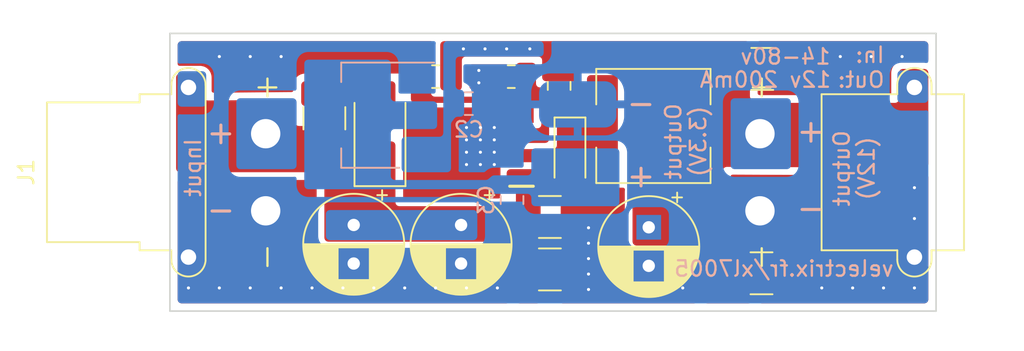
<source format=kicad_pcb>
(kicad_pcb (version 20210424) (generator pcbnew)
  (layers (0 "F.Cu" signal) (31 "B.Cu" signal) (34 "B.Paste" user) (35 "F.Paste" user) (36 "B.SilkS" user "B.Silkscreen") (37 "F.SilkS" user "F.Silkscreen") (38 "B.Mask" user) (39 "F.Mask" user) (44 "Edge.Cuts" user))
  (net 0 "")
  (net 1 "Net-(C1-Pad1)")
  (net 2 "Net-(C1-Pad2)")
  (net 3 "/VIN")
  (net 4 "GND")
  (net 5 "Net-(D1-Pad2)")
  (net 6 "Net-(D3-Pad1)")
  (net 7 "Net-(J1-Pad2)")
  (net 8 "Net-(U1-Pad2)")
  (footprint "Connector_AMASS:AMASS_XT30PW-M_1x02_P2.50mm_Horizontal" (layer "F.Cu") (at 166.5 70.5 -90)
    (fp_text reference "J2" hide)
    (fp_text value "Screw_Terminal_01x02")
    (fp_text user "-" (at 3 0 90) (layer "F.SilkS") (effects (font (size 1.5 1.5))))
    (fp_text user "+" (at -8 0 90) (layer "F.SilkS") (effects (font (size 1.5 1.5))))
    (pad "" thru_hole circle locked (at -8 -10 270) (size 1.4 1.4) (drill 1) (layers *.Cu *.Mask) (net 1 "Net-(C1-Pad1)"))
    (pad "" thru_hole circle locked (at 3 -10 270) (size 1.4 1.4) (drill 1) (layers *.Cu *.Mask) (net 4 "GND"))
    (pad "1" thru_hole rect locked (at 0 0 270) (size 3.5 3.5) (drill 1.9) (layers *.Cu *.Mask) (net 4 "GND"))
    (pad "2" thru_hole circle locked (at -5 0 270) (size 3.5 3.5) (drill 1.9) (layers *.Cu *.Mask) (net 1 "Net-(C1-Pad1)"))
  )
  (footprint "XL7005A:SOIC127P600X175-9N" (layer "F.Cu") (at 148.35 66.3 180)
    (fp_text reference "XL7005A1" hide)
    (fp_text value "XL7005A" hide)
    (pad "1" smd rect (at -2.712 -1.905 270) (size 0.7 1.525) (layers "F.Cu" "F.Paste" "F.Mask") (net 3 "/VIN"))
    (pad "2" smd rect (at -2.712 -0.635 270) (size 0.7 1.525) (layers "F.Cu" "F.Paste" "F.Mask") (net 6 "Net-(D3-Pad1)"))
    (pad "3" smd rect (at -2.712 0.635 270) (size 0.7 1.525) (layers "F.Cu" "F.Paste" "F.Mask") (net 2 "Net-(C1-Pad2)"))
    (pad "4" smd rect (at -2.712 1.905 270) (size 0.7 1.525) (layers "F.Cu" "F.Paste" "F.Mask") (net 4 "GND"))
    (pad "5" smd rect (at 2.712 1.905 270) (size 0.7 1.525) (layers "F.Cu" "F.Paste" "F.Mask") (net 4 "GND"))
    (pad "6" smd rect (at 2.712 0.635 270) (size 0.7 1.525) (layers "F.Cu" "F.Paste" "F.Mask") (net 4 "GND"))
    (pad "7" smd rect (at 2.712 -0.635 270) (size 0.7 1.525) (layers "F.Cu" "F.Paste" "F.Mask") (net 4 "GND"))
    (pad "8" smd rect (at 2.712 -1.905 270) (size 0.7 1.525) (layers "F.Cu" "F.Paste" "F.Mask") (net 4 "GND"))
    (pad "9" smd rect (at 0 0 180) (size 2.513 3.402) (layers "F.Cu" "F.Paste" "F.Mask") (net 4 "GND"))
  )
  (footprint "Capacitor_THT:CP_Radial_D6.3mm_P2.50mm" (layer "F.Cu") (at 140.2 71.417621 -90)
    (fp_text reference "CIN1" hide)
    (fp_text value "15uF 100V")
    (pad "1" thru_hole rect locked (at 0 0 270) (size 1.6 1.6) (drill 0.8) (layers *.Cu *.Mask) (net 3 "/VIN"))
    (pad "2" thru_hole circle locked (at 2.5 0 270) (size 1.6 1.6) (drill 0.8) (layers *.Cu *.Mask) (net 4 "GND"))
  )
  (footprint "Capacitor_THT:CP_Radial_D6.3mm_P2.50mm" (layer "F.Cu") (at 159.3 71.567621 -90)
    (fp_text reference "COUT1" hide)
    (fp_text value "100uF 25V")
    (pad "1" thru_hole rect locked (at 0 0 270) (size 1.6 1.6) (drill 0.8) (layers *.Cu *.Mask) (net 1 "Net-(C1-Pad1)"))
    (pad "2" thru_hole circle locked (at 2.5 0 270) (size 1.6 1.6) (drill 0.8) (layers *.Cu *.Mask) (net 4 "GND"))
  )
  (footprint "Capacitor_SMD:C_1210_3225Metric" (layer "F.Cu") (at 152.9 70.9)
    (fp_text reference "CIN5" hide)
    (fp_text value "1uF")
    (pad "1" smd roundrect locked (at -1.475 0) (size 1.15 2.7) (layers "F.Cu" "F.Paste" "F.Mask") (roundrect_rratio 0.2173913043) (net 3 "/VIN"))
    (pad "2" smd roundrect locked (at 1.475 0) (size 1.15 2.7) (layers "F.Cu" "F.Paste" "F.Mask") (roundrect_rratio 0.2173913043) (net 4 "GND"))
  )
  (footprint "Capacitor_SMD:C_1210_3225Metric" (layer "F.Cu") (at 152.9 74.3)
    (fp_text reference "CIN4" hide)
    (fp_text value "1uF")
    (pad "1" smd roundrect locked (at -1.475 0) (size 1.15 2.7) (layers "F.Cu" "F.Paste" "F.Mask") (roundrect_rratio 0.2173913043) (net 3 "/VIN"))
    (pad "2" smd roundrect locked (at 1.475 0) (size 1.15 2.7) (layers "F.Cu" "F.Paste" "F.Mask") (roundrect_rratio 0.2173913043) (net 4 "GND"))
  )
  (footprint "Resistor_SMD:R_0805_2012Metric" (layer "F.Cu") (at 150.4 61.8 180)
    (fp_text reference "R3" hide)
    (fp_text value "R3K4")
    (pad "1" smd roundrect locked (at -0.9125 0 180) (size 1.025 1.4) (layers "F.Cu" "F.Paste" "F.Mask") (roundrect_rratio 0.243902439) (net 2 "Net-(C1-Pad2)"))
    (pad "2" smd roundrect locked (at 0.9125 0 180) (size 1.025 1.4) (layers "F.Cu" "F.Paste" "F.Mask") (roundrect_rratio 0.243902439) (net 4 "GND"))
  )
  (footprint "Inductor_SMD:L_7.3x7.3_H4.5" (layer "F.Cu") (at 159.6 65 180)
    (fp_text reference "L1" hide)
    (fp_text value "47uH 1A")
    (pad "1" smd rect locked (at -3.2 0 180) (size 1.5 2.2) (layers "F.Cu" "F.Paste" "F.Mask") (net 1 "Net-(C1-Pad1)"))
    (pad "2" smd rect locked (at 3.2 0 180) (size 1.5 2.2) (layers "F.Cu" "F.Paste" "F.Mask") (net 6 "Net-(D3-Pad1)"))
  )
  (footprint "Diode_SMD:D_SOD-123" (layer "F.Cu") (at 154.2 66.7 -90)
    (fp_text reference "D3" hide)
    (fp_text value "S210")
    (pad "1" smd rect locked (at -1.65 0 270) (size 0.9 1.2) (layers "F.Cu" "F.Paste" "F.Mask") (net 6 "Net-(D3-Pad1)"))
    (pad "2" smd rect locked (at 1.65 0 270) (size 0.9 1.2) (layers "F.Cu" "F.Paste" "F.Mask") (net 4 "GND"))
  )
  (footprint "Resistor_SMD:R_1210_3225Metric" (layer "F.Cu") (at 138.3 64.5 -90)
    (fp_text reference "R1" hide)
    (fp_text value "R_Small")
    (pad "1" smd roundrect locked (at -1.4625 0 270) (size 1.125 2.65) (layers "F.Cu" "F.Paste" "F.Mask") (roundrect_rratio 0.2222222222) (net 5 "Net-(D1-Pad2)"))
    (pad "2" smd roundrect locked (at 1.4625 0 270) (size 1.125 2.65) (layers "F.Cu" "F.Paste" "F.Mask") (roundrect_rratio 0.2222222222) (net 7 "Net-(J1-Pad2)"))
  )
  (footprint "Capacitor_THT:CP_Radial_D6.3mm_P2.50mm" (layer "F.Cu") (at 147.15 71.417621 -90)
    (fp_text reference "CIN2" hide)
    (fp_text value "15uF 100V")
    (pad "1" thru_hole rect locked (at 0 0 270) (size 1.6 1.6) (drill 0.8) (layers *.Cu *.Mask) (net 3 "/VIN"))
    (pad "2" thru_hole circle locked (at 2.5 0 270) (size 1.6 1.6) (drill 0.8) (layers *.Cu *.Mask) (net 4 "GND"))
  )
  (footprint "Capacitor_SMD:C_1210_3225Metric" (layer "F.Cu") (at 166.6 74.55)
    (fp_text reference "COUT2" hide)
    (fp_text value "1uF")
    (pad "1" smd roundrect locked (at -1.475 0) (size 1.15 2.7) (layers "F.Cu" "F.Paste" "F.Mask") (roundrect_rratio 0.2173913043) (net 1 "Net-(C1-Pad1)"))
    (pad "2" smd roundrect locked (at 1.475 0) (size 1.15 2.7) (layers "F.Cu" "F.Paste" "F.Mask") (roundrect_rratio 0.2173913043) (net 4 "GND"))
  )
  (footprint "Diode_SMD:D_SMA" (layer "F.Cu") (at 141.9 65.5 90)
    (fp_text reference "D1" hide)
    (fp_text value "D_Small")
    (pad "1" smd rect locked (at -2 0 90) (size 2.5 1.8) (layers "F.Cu" "F.Paste" "F.Mask") (net 3 "/VIN"))
    (pad "2" smd rect locked (at 2 0 90) (size 2.5 1.8) (layers "F.Cu" "F.Paste" "F.Mask") (net 5 "Net-(D1-Pad2)"))
  )
  (footprint "Connector_AMASS:AMASS_XT30PW-F_1x02_P2.50mm_Horizontal" (layer "F.Cu") (at 134.5 70.5 90)
    (fp_text reference "J1" (at 2.5 -15.5 90) (layer "F.SilkS"))
    (fp_text value "Screw_Terminal_01x02")
    (fp_text user "-" (at -3 0 90) (layer "F.SilkS") (effects (font (size 1.5 1.5))))
    (fp_text user "+" (at 8 0 90) (layer "F.SilkS") (effects (font (size 1.5 1.5))))
    (pad "" thru_hole circle locked (at -3 -5 180) (size 1.4 1.4) (drill 1) (layers *.Cu *.Mask) (net 4 "GND"))
    (pad "" thru_hole circle locked (at 8 -5 90) (size 1.4 1.4) (drill 1) (layers *.Cu *.Mask) (net 7 "Net-(J1-Pad2)"))
    (pad "1" thru_hole rect locked (at 0 0 90) (size 3.5 3.5) (drill 1.9) (layers *.Cu *.Mask) (net 4 "GND"))
    (pad "2" thru_hole circle locked (at 5 0 90) (size 3.5 3.5) (drill 1.9) (layers *.Cu *.Mask) (net 7 "Net-(J1-Pad2)"))
  )
  (footprint "Resistor_SMD:R_0805_2012Metric" (layer "F.Cu") (at 145.5 61.8 180)
    (fp_text reference "R2" hide)
    (fp_text value "R30K")
    (pad "1" smd roundrect locked (at -0.9125 0 180) (size 1.025 1.4) (layers "F.Cu" "F.Paste" "F.Mask") (roundrect_rratio 0.243902439) (net 1 "Net-(C1-Pad1)"))
    (pad "2" smd roundrect locked (at 0.9125 0 180) (size 1.025 1.4) (layers "F.Cu" "F.Paste" "F.Mask") (roundrect_rratio 0.243902439) (net 2 "Net-(C1-Pad2)"))
  )
  (footprint "Capacitor_SMD:C_0805_2012Metric" (layer "F.Cu") (at 153.5 62.4 -90)
    (fp_text reference "C1" hide)
    (fp_text value "33nF")
    (pad "1" smd roundrect locked (at -0.95 0 270) (size 1 1.45) (layers "F.Cu" "F.Paste" "F.Mask") (net 1 "Net-(C1-Pad1)"))
    (pad "2" smd roundrect locked (at 0.95 0 270) (size 1 1.45) (layers "F.Cu" "F.Paste" "F.Mask") (net 2 "Net-(C1-Pad2)"))
  )
  (footprint "Capacitor_SMD:C_1210_3225Metric" (layer "F.Cu") (at 166.65 61.3)
    (fp_text reference "COUT3" hide)
    (fp_text value "1uF")
    (pad "1" smd roundrect locked (at -1.475 0) (size 1.15 2.7) (layers "F.Cu" "F.Paste" "F.Mask") (roundrect_rratio 0.2173913043) (net 1 "Net-(C1-Pad1)"))
    (pad "2" smd roundrect locked (at 1.475 0) (size 1.15 2.7) (layers "F.Cu" "F.Paste" "F.Mask") (roundrect_rratio 0.2173913043) (net 4 "GND"))
  )
  (footprint "Package_TO_SOT_SMD:SOT-223-3_TabPin2" (layer "B.Cu") (at 141.3 64.3 180)
    (fp_text reference "U1" hide)
    (fp_text value "AP1117-33")
    (pad "1" smd rect locked (at -3.15 2.3 180) (size 2 1.5) (layers "B.Cu" "B.Paste" "B.Mask") (net 4 "GND"))
    (pad "2" smd rect locked (at 3.15 0 180) (size 2 3.8) (layers "B.Cu" "B.Paste" "B.Mask") (net 8 "Net-(U1-Pad2)"))
    (pad "2" smd rect locked (at -3.15 0 180) (size 2 1.5) (layers "B.Cu" "B.Paste" "B.Mask") (net 8 "Net-(U1-Pad2)"))
    (pad "3" smd rect locked (at -3.15 -2.3 180) (size 2 1.5) (layers "B.Cu" "B.Paste" "B.Mask") (net 1 "Net-(C1-Pad1)"))
  )
  (footprint "Capacitor_SMD:C_0805_2012Metric" (layer "B.Cu") (at 147.65 63.55)
    (fp_text reference "C2" (at 0 1.68) (layer "B.SilkS") (effects (justify mirror)))
    (fp_text value "1uF")
    (pad "1" smd roundrect locked (at -0.95 0) (size 1 1.45) (layers "B.Cu" "B.Paste" "B.Mask") (net 1 "Net-(C1-Pad1)"))
    (pad "2" smd roundrect locked (at 0.95 0) (size 1 1.45) (layers "B.Cu" "B.Paste" "B.Mask") (net 4 "GND"))
  )
  (footprint "Connector_Wire:SolderWirePad_1x01_SMD_1x2mm" (layer "B.Cu") (at 154.7 63.6 90)
    (fp_text reference "J4" hide)
    (fp_text value "Conn_01x01_Male")
    (pad "1" smd roundrect locked (at 0 0 90) (size 3 5) (layers "B.Cu" "B.Paste" "B.Mask") (net 4 "GND"))
  )
  (footprint "Capacitor_SMD:C_0805_2012Metric" (layer "B.Cu") (at 150.45 69.8 -90)
    (fp_text reference "C3" (at 0 1.68 90) (layer "B.SilkS") (effects (justify mirror)))
    (fp_text value "1uF")
    (pad "1" smd roundrect locked (at -0.95 0 270) (size 1 1.45) (layers "B.Cu" "B.Paste" "B.Mask") (net 8 "Net-(U1-Pad2)"))
    (pad "2" smd roundrect locked (at 0.95 0 270) (size 1 1.45) (layers "B.Cu" "B.Paste" "B.Mask") (net 4 "GND"))
  )
  (footprint "Connector_Wire:SolderWirePad_1x01_SMD_1x2mm" (layer "B.Cu") (at 154.65 68.35 -90)
    (fp_text reference "J3" hide)
    (fp_text value "Conn_01x01_Male")
    (pad "1" smd roundrect locked (at 0 0 270) (size 3 5) (layers "B.Cu" "B.Paste" "B.Mask") (net 8 "Net-(U1-Pad2)"))
  )
  (gr_line (start 128.3 59) (end 128.3 77) (layer "Edge.Cuts") (width 0.1))
  (gr_line (start 128.3 77) (end 177.9 77) (layer "Edge.Cuts") (width 0.1))
  (gr_line (start 177.9 59) (end 177.9 77) (layer "Edge.Cuts") (width 0.1))
  (gr_line (start 177.9 59) (end 128.3 59) (layer "Edge.Cuts") (width 0.1))
  (gr_text "12v 200mA" (at 166.85 62) (layer "B.SilkS") (effects (font (size 1 1)) (justify mirror)))
  (gr_text "+" (at 158.8 68.2) (layer "B.SilkS") (effects (font (size 1.5 1.5) (thickness 0.2)) (justify mirror)))
  (gr_text "14-80v" (at 168.15 60.5) (layer "B.SilkS") (effects (font (size 1 1)) (justify mirror)))
  (gr_text "-" (at 158.8 63.5) (layer "B.SilkS") (effects (font (size 1.5 1.5) (thickness 0.2)) (justify mirror)))
  (gr_text "velectrix.fr/xl7005" (at 168.05 74.25) (layer "B.SilkS") (effects (font (size 1 1)) (justify mirror)))
  (gr_text "Input" (at 129.8 67.7 90) (layer "B.SilkS") (effects (font (size 1 1)) (justify mirror)))
  (gr_text "Output\n(3.3V)" (at 161.7 66 90) (layer "B.SilkS") (effects (font (size 1 1)) (justify mirror)))
  (gr_text "+" (at 169.8 65.3) (layer "B.SilkS") (effects (font (size 1.5 1.5) (thickness 0.2)) (justify mirror)))
  (gr_text "+" (at 131.6 65.4) (layer "B.SilkS") (effects (font (size 1.5 1.5) (thickness 0.2)) (justify mirror)))
  (gr_text "Output\n(12V)" (at 172.6 67.75 90) (layer "B.SilkS") (effects (font (size 1 1)) (justify mirror)))
  (gr_text "In:\nOut: " (at 174.65 61.2) (layer "B.SilkS") (effects (font (size 1 1)) (justify left mirror)))
  (gr_text "-" (at 169.8 70.3) (layer "B.SilkS") (effects (font (size 1.5 1.5) (thickness 0.2)) (justify mirror)))
  (gr_text "-" (at 131.6 70.4) (layer "B.SilkS") (effects (font (size 1.5 1.5) (thickness 0.2)) (justify mirror)))
  (via (at 150.1 60) (size 0.4) (drill 0.2) (layers "F.Cu" "B.Cu") (net 1))
  (via (at 151.6 60) (size 0.4) (drill 0.2) (layers "F.Cu" "B.Cu") (net 1))
  (via (at 148.7 60) (size 0.4) (drill 0.2) (layers "F.Cu" "B.Cu") (net 1))
  (via (at 147.3 60) (size 0.4) (drill 0.2) (layers "F.Cu" "B.Cu") (net 1))
  (via (at 129.5 75.5) (size 0.4) (drill 0.2) (layers "F.Cu" "B.Cu") (net 4))
  (via (at 176.5 69) (size 0.4) (drill 0.2) (layers "F.Cu" "B.Cu") (net 4))
  (via (at 148.3 62.2) (size 0.4) (drill 0.2) (layers "F.Cu" "B.Cu") (net 4))
  (via (at 135.5 60.5) (size 0.4) (drill 0.2) (layers "F.Cu" "B.Cu") (net 4))
  (via (at 171.7 60.5) (size 0.4) (drill 0.2) (layers "F.Cu" "B.Cu") (net 4))
  (via (at 147.5 65.1) (size 0.4) (drill 0.2) (layers "F.Cu" "B.Cu") (net 4))
  (via (at 148.4 65.1) (size 0.4) (drill 0.2) (layers "F.Cu" "B.Cu") (net 4))
  (via (at 170.5 75.5) (size 0.4) (drill 0.2) (layers "F.Cu" "B.Cu") (net 4))
  (via (at 131.5 60.5) (size 0.4) (drill 0.2) (layers "F.Cu" "B.Cu") (net 4))
  (via (at 149.3 65.9) (size 0.4) (drill 0.2) (layers "F.Cu" "B.Cu") (net 4))
  (via (at 173.7 60.5) (size 0.4) (drill 0.2) (layers "F.Cu" "B.Cu") (net 4))
  (via (at 147.5 66.7) (size 0.4) (drill 0.2) (layers "F.Cu" "B.Cu") (net 4))
  (via (at 155.4 72.6) (size 0.4) (drill 0.2) (layers "F.Cu" "B.Cu") (net 4))
  (via (at 161.5 75.5) (size 0.4) (drill 0.2) (layers "F.Cu" "B.Cu") (net 4))
  (via (at 139.5 75.5) (size 0.4) (drill 0.2) (layers "F.Cu" "B.Cu") (net 4))
  (via (at 172.5 75.5) (size 0.4) (drill 0.2) (layers "F.Cu" "B.Cu") (net 4))
  (via (at 149.3 67.5) (size 0.4) (drill 0.2) (layers "F.Cu" "B.Cu") (net 4))
  (via (at 135.5 75.5) (size 0.4) (drill 0.2) (layers "F.Cu" "B.Cu") (net 4))
  (via (at 131.5 75.5) (size 0.4) (drill 0.2) (layers "F.Cu" "B.Cu") (net 4))
  (via (at 174.5 75.5) (size 0.4) (drill 0.2) (layers "F.Cu" "B.Cu") (net 4))
  (via (at 149.5 75.5) (size 0.4) (drill 0.2) (layers "F.Cu" "B.Cu") (net 4))
  (via (at 137.5 75.5) (size 0.4) (drill 0.2) (layers "F.Cu" "B.Cu") (net 4))
  (via (at 147.5 67.5) (size 0.4) (drill 0.2) (layers "F.Cu" "B.Cu") (net 4))
  (via (at 155.4 74.6) (size 0.4) (drill 0.2) (layers "F.Cu" "B.Cu") (net 4))
  (via (at 147.5 75.5) (size 0.4) (drill 0.2) (layers "F.Cu" "B.Cu") (net 4))
  (via (at 155.4 73.6) (size 0.4) (drill 0.2) (layers "F.Cu" "B.Cu") (net 4))
  (via (at 133.5 60.5) (size 0.4) (drill 0.2) (layers "F.Cu" "B.Cu") (net 4))
  (via (at 175.7 60.5) (size 0.4) (drill 0.2) (layers "F.Cu" "B.Cu") (net 4))
  (via (at 149.3 66.7) (size 0.4) (drill 0.2) (layers "F.Cu" "B.Cu") (net 4))
  (via (at 148.3 61.4) (size 0.4) (drill 0.2) (layers "F.Cu" "B.Cu") (net 4))
  (via (at 133.5 75.5) (size 0.4) (drill 0.2) (layers "F.Cu" "B.Cu") (net 4))
  (via (at 155.4 71.6) (size 0.4) (drill 0.2) (layers "F.Cu" "B.Cu") (net 4))
  (via (at 176.5 71) (size 0.4) (drill 0.2) (layers "F.Cu" "B.Cu") (net 4))
  (via (at 143.5 75.5) (size 0.4) (drill 0.2) (layers "F.Cu" "B.Cu") (net 4))
  (via (at 148.4 66.7) (size 0.4) (drill 0.2) (layers "F.Cu" "B.Cu") (net 4))
  (via (at 147.5 65.9) (size 0.4) (drill 0.2) (layers "F.Cu" "B.Cu") (net 4))
  (via (at 155.4 75.6) (size 0.4) (drill 0.2) (layers "F.Cu" "B.Cu") (net 4))
  (via (at 176.5 75.5) (size 0.4) (drill 0.2) (layers "F.Cu" "B.Cu") (net 4))
  (via (at 148.4 67.5) (size 0.4) (drill 0.2) (layers "F.Cu" "B.Cu") (net 4))
  (via (at 149.3 65.1) (size 0.4) (drill 0.2) (layers "F.Cu" "B.Cu") (net 4))
  (via (at 145.5 75.5) (size 0.4) (drill 0.2) (layers "F.Cu" "B.Cu") (net 4))
  (via (at 141.5 75.5) (size 0.4) (drill 0.2) (layers "F.Cu" "B.Cu") (net 4))
  (via (at 148.4 65.9) (size 0.4) (drill 0.2) (layers "F.Cu" "B.Cu") (net 4))
  (zone (net 0) (net_name "") (layer "F.Cu") (connect_pads (clearance 0)) (min_thickness 0.254)
    (keepout (tracks not_allowed) (vias not_allowed) (pads not_allowed) (copperpour not_allowed) (footprints allowed))
    (fill (thermal_gap 0.508) (thermal_bridge_width 0.508))
    (polygon (pts (xy 153.35 69.05) (xy 153.6 69.25) (xy 153.6 76.5) (xy 152.8 76.5) (xy 152.8 67.8) (xy 153.35 67.8)))
  )
  (zone (net 1) (net_name "Net-(C1-Pad1)") (layer "F.Cu") (priority 1) (connect_pads yes (clearance 0)) (min_thickness 0.254) (fill yes (thermal_gap 0.508) (thermal_bridge_width 0.508) (smoothing fillet) (radius 0.25))
    (polygon (pts (xy 165.85 59.5) (xy 165.85 63.3) (xy 166.3 63.3) (xy 164.2 64.1) (xy 161.7 64.1) (xy 161.7 60.9) (xy 154.7 60.9) (xy 154.7 62.1) (xy 152.4 62.1) (xy 152.4 60.5) (xy 147.2 60.5) (xy 147.2 62.7) (xy 145.8 62.7) (xy 145.8 60.4) (xy 145.8 59.5)))
  )
  (zone (net 5) (net_name "Net-(D1-Pad2)") (layer "F.Cu") (priority 1) (connect_pads yes (clearance 0)) (min_thickness 0.254) (fill yes (thermal_gap 0.508) (thermal_bridge_width 0.508) (smoothing fillet) (radius 0.25))
    (polygon (pts (xy 142.9 65) (xy 140.8 65) (xy 140.8 63.7) (xy 136.8 63.7) (xy 136.8 62.1) (xy 142.9 62.1)))
  )
  (zone (net 4) (net_name "GND") (layer "F.Cu") (priority 1) (connect_pads yes (clearance 0)) (min_thickness 0.254) (fill yes (thermal_gap 0.508) (thermal_bridge_width 0.508) (smoothing fillet) (radius 0.25))
    (polygon (pts (xy 151.85 64.8) (xy 149.75 64.8) (xy 149.7 67.9) (xy 149.7 69) (xy 146.7 69) (xy 143.4 69) (xy 143.4 63.8) (xy 151.85 63.8)))
  )
  (zone (net 6) (net_name "Net-(D3-Pad1)") (layer "F.Cu") (priority 1) (connect_pads yes (clearance 0)) (min_thickness 0.254) (fill yes (thermal_gap 0.508) (thermal_bridge_width 0.508) (smoothing fillet) (radius 0.25))
    (polygon (pts (xy 157.3 68.3) (xy 155.5 68.3) (xy 155.5 67.35) (xy 153.3 67.35) (xy 152.65 67.35) (xy 150.1 67.35) (xy 150.1 66.5) (xy 153.35 66.5) (xy 153.35 64.5) (xy 155.3 64.5) (xy 155.3 61.7) (xy 157.3 61.7)))
  )
  (zone (net 0) (net_name "") (layer "F.Cu") (connect_pads (clearance 0)) (min_thickness 0.254)
    (keepout (tracks not_allowed) (vias not_allowed) (pads not_allowed) (copperpour not_allowed) (footprints allowed))
    (fill (thermal_gap 0.508) (thermal_bridge_width 0.508))
    (polygon (pts (xy 150.1 69.9) (xy 149.7 69.9) (xy 149.7 64.8) (xy 150.1 64.8)))
  )
  (zone (net 0) (net_name "") (layer "F.Cu") (connect_pads (clearance 0)) (min_thickness 0.254)
    (keepout (tracks not_allowed) (vias not_allowed) (pads not_allowed) (copperpour not_allowed) (footprints allowed))
    (fill (thermal_gap 0.508) (thermal_bridge_width 0.508))
    (polygon (pts (xy 143.65 61.95) (xy 142.55 61.95) (xy 142.55 61.6) (xy 143.4 61.6) (xy 143.4 61.25) (xy 143.65 61.25)))
  )
  (zone (net 3) (net_name "/VIN") (layer "F.Cu") (priority 1) (connect_pads yes (clearance 0)) (min_thickness 0.254) (fill yes (thermal_gap 0.508) (thermal_bridge_width 0.508) (smoothing fillet) (radius 0.25))
    (polygon (pts (xy 142.9 70.2) (xy 150.7 70.2) (xy 150.7 68.6) (xy 150.1 68.6) (xy 150.1 67.8) (xy 152.3 67.8) (xy 152.3 69.05) (xy 152.3 69.55) (xy 152.3 76.5) (xy 150.7 76.5) (xy 150.7 72.5) (xy 138.3 72.5) (xy 138.3 68.5) (xy 140.8 68.5) (xy 140.8 66) (xy 142.9 66)))
  )
  (zone (net 0) (net_name "") (layer "F.Cu") (connect_pads yes (clearance 0)) (min_thickness 0.254)
    (keepout (tracks not_allowed) (vias not_allowed) (pads not_allowed) (copperpour not_allowed) (footprints allowed))
    (fill (thermal_gap 0.508) (thermal_bridge_width 0.508))
    (polygon (pts (xy 161.8 69) (xy 157.4 69) (xy 157.4 60.9) (xy 161.8 60.9)))
  )
  (zone (net 2) (net_name "Net-(C1-Pad2)") (layer "F.Cu") (priority 1) (connect_pads yes (clearance 0)) (min_thickness 0.254) (fill yes (thermal_gap 0.508) (thermal_bridge_width 0.508) (smoothing fillet) (radius 0.25))
    (polygon (pts (xy 154.7 64.1) (xy 152.85 64.1) (xy 152.85 66.1) (xy 150.1 66.1) (xy 150.1 65.15) (xy 152.35 65.15) (xy 152.35 63.5) (xy 143.9 63.5) (xy 143.9 63) (xy 143.9 60.9) (xy 145.2 60.9) (xy 145.2 63.1) (xy 150.7 63.1) (xy 150.7 60.9) (xy 152 60.9) (xy 152 62.5) (xy 154.7 62.5)))
  )
  (zone (net 0) (net_name "") (layer "F.Cu") (connect_pads (clearance 0)) (min_thickness 0.254)
    (keepout (tracks allowed) (vias allowed) (pads allowed) (copperpour not_allowed) (footprints allowed))
    (fill (thermal_gap 0.508) (thermal_bridge_width 0.508))
    (polygon (pts (xy 145.45 60.6) (xy 144.85 60.6) (xy 144.85 60.4) (xy 145.3 60.4) (xy 145.3 60.1) (xy 145.45 60.1)))
  )
  (zone (net 7) (net_name "Net-(J1-Pad2)") (layer "F.Cu") (priority 1) (connect_pads yes (clearance 0)) (min_thickness 0.254) (fill yes (thermal_gap 0.508) (thermal_bridge_width 0.508) (smoothing fillet) (radius 0.25))
    (polygon (pts (xy 139.9 68) (xy 128.7 68) (xy 128.7 61.6) (xy 130.5 61.6) (xy 130.5 63.35) (xy 136.4 63.3) (xy 136.4 65) (xy 139.9 65)))
  )
  (zone (net 4) (net_name "GND") (layers F&B.Cu) (connect_pads yes (clearance 0.5)) (min_thickness 0.254) (fill yes (thermal_gap 0.508) (thermal_bridge_width 0.508) (smoothing fillet) (radius 0.25))
    (polygon (pts (xy 183.6 79.5) (xy 117.4 79.6) (xy 117.3 57.5) (xy 183.6 57.5)))
  )
  (zone (net 0) (net_name "") (layer "F.Cu") (connect_pads yes (clearance 0)) (min_thickness 0.254)
    (keepout (tracks not_allowed) (vias not_allowed) (pads not_allowed) (copperpour not_allowed) (footprints allowed))
    (fill (thermal_gap 0.508) (thermal_bridge_width 0.508))
    (polygon (pts (xy 143.4 66.3) (xy 143.2 65.9) (xy 140.3 65.9) (xy 140.3 64.9) (xy 143.2 64.9) (xy 143.4 64.6)))
  )
  (zone (net 1) (net_name "Net-(C1-Pad1)") (layer "F.Cu") (priority 1) (connect_pads yes (clearance 0)) (min_thickness 0.254) (fill yes (thermal_gap 0.508) (thermal_bridge_width 0.508) (smoothing fillet) (radius 0.25))
    (polygon (pts (xy 177.4 64.5) (xy 177.4 67.7) (xy 175.3 67.7) (xy 164.1 67.65) (xy 164.1 72.7) (xy 166 72.7) (xy 166 76.5) (xy 162.85 76.5) (xy 162.85 72.75) (xy 158.25 72.75) (xy 158.25 69) (xy 161.7 69) (xy 161.7 66.5) (xy 161.7 63.5) (xy 172.8 63.5) (xy 175.5 63.5) (xy 175.5 61.3) (xy 177.4 61.3)))
  )
  (zone (net 1) (net_name "Net-(C1-Pad1)") (layer "B.Cu") (priority 1) (connect_pads yes (clearance 0.5)) (min_thickness 0.254) (fill yes (thermal_gap 0.508) (thermal_bridge_width 0.508) (smoothing fillet) (radius 0.25))
    (polygon (pts (xy 177.4 63.5) (xy 175.4 63.5) (xy 175.4 61.4) (xy 177.35 61.4)))
  )
  (zone (net 1) (net_name "Net-(C1-Pad1)") (layer "B.Cu") (priority 2) (connect_pads yes (clearance 0.5)) (min_thickness 0.254) (fill yes (thermal_gap 0.508) (thermal_bridge_width 0.508) (smoothing fillet) (radius 0.25))
    (polygon (pts (xy 152.5 60.5) (xy 146.8 60.5) (xy 146.8 62.65) (xy 147.35 62.65) (xy 147.35 64.4) (xy 146.8 64.4) (xy 146.5 64.8) (xy 146.5 68) (xy 143.3 68) (xy 143.3 65.7) (xy 146 65.7) (xy 146 59.4) (xy 152.5 59.4)))
  )
  (zone (net 7) (net_name "Net-(J1-Pad2)") (layer "B.Cu") (priority 1) (connect_pads yes (clearance 0.5)) (min_thickness 0.254) (fill yes (thermal_gap 0.508) (thermal_bridge_width 0.508) (smoothing fillet) (radius 0.25))
    (polygon (pts (xy 136.5 67.8) (xy 132.6 67.8) (xy 132.6 63.2) (xy 136.5 63.2)))
  )
  (zone (net 1) (net_name "Net-(C1-Pad1)") (layer "B.Cu") (priority 1) (connect_pads yes (clearance 0.5)) (min_thickness 0.254) (fill yes (thermal_gap 0.508) (thermal_bridge_width 0.508) (smoothing fillet) (radius 0.25))
    (polygon (pts (xy 168.5 67.8) (xy 164.6 67.8) (xy 164.6 63.2) (xy 168.5 63.2)))
  )
  (zone (net 8) (net_name "Net-(U1-Pad2)") (layer "B.Cu") (priority 2) (connect_pads yes (clearance 0.5)) (min_thickness 0.254) (fill yes (thermal_gap 0.508) (thermal_bridge_width 0.508) (smoothing fillet) (radius 0.25))
    (polygon (pts (xy 142.6 63.4) (xy 145.6 63.4) (xy 145.6 65.2) (xy 142.6 65.2) (xy 142.6 68.5) (xy 148.85 68.5) (xy 149.2 68.2) (xy 151.7 68.2) (xy 151.7 66.45) (xy 157.4 66.45) (xy 157.4 70.2) (xy 151.7 70.2) (xy 151.7 69.4) (xy 149.2 69.4) (xy 148.85 69.1) (xy 142.6 69.1) (xy 137 69.1) (xy 137 60.7) (xy 142.6 60.7)))
  )
  (zone (net 7) (net_name "Net-(J1-Pad2)") (layer "B.Cu") (priority 1) (connect_pads yes (clearance 0.5)) (min_thickness 0.254) (fill yes (thermal_gap 0.508) (thermal_bridge_width 0.508) (smoothing fillet) (radius 0.25))
    (polygon (pts (xy 130.65 63.75) (xy 128.7 63.75) (xy 128.7 61.45) (xy 130.65 61.45)))
  )
  (zone (net 3) (net_name "/VIN") (layer "B.Cu") (priority 1) (connect_pads yes (clearance 0)) (min_thickness 0.254) (fill yes (thermal_gap 0.508) (thermal_bridge_width 0.508) (smoothing fillet) (radius 0.25))
    (polygon (pts (xy 148.2 72.4) (xy 138.4 72.4) (xy 138.4 70.45) (xy 148.2 70.45)))
  )
)
</source>
